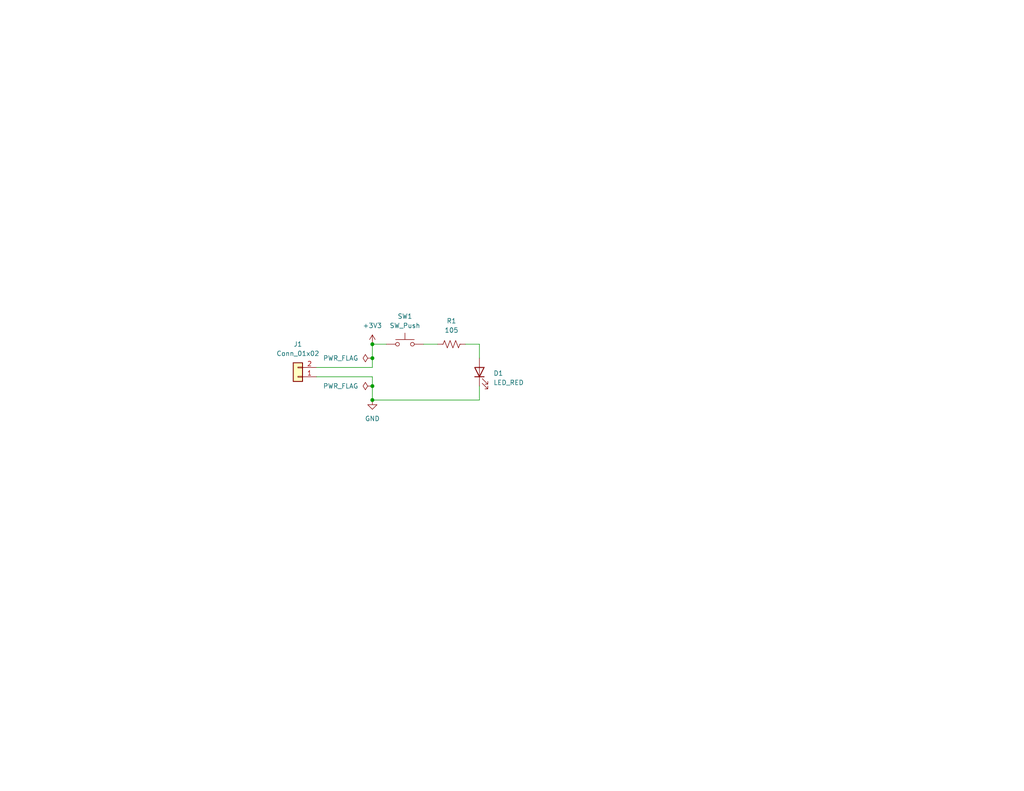
<source format=kicad_sch>
(kicad_sch (version 20231120) (generator "eeschema") (generator_version "8.0")
  (paper "USLetter")
  (title_block (title "Basic_Light_Project") (date "2025-09-11") (rev "1.0") (company "Illini Solar Car") (comment 1 "Designed By: Eric Wang"))
  (lib_symbols
    (symbol "Connector_Generic:Conn_01x02" (pin_names (offset 1.016) hide)
      (property "Reference" "J" (at 0 2.54 0))
      (property "Value" "Conn_01x02" (at 0 -5.08 0))
      (symbol "Conn_01x02_1_1"
        (rectangle (start -1.27 -2.413) (end 0 -2.667) (stroke (width 0.1524)))
        (rectangle (start -1.27 0.127) (end 0 -0.127) (stroke (width 0.1524)))
        (rectangle (start -1.27 1.27) (end 1.27 -3.81) (stroke (width 0.254)) (fill (type background)))
        (pin passive line (at -5.08 0 0) (length 3.81) (name "Pin_1") (number "1"))
        (pin passive line (at -5.08 -2.54 0) (length 3.81) (name "Pin_2") (number "2"))
      )
    )
    (symbol "Device:LED" (pin_numbers hide) (pin_names (offset 1.016) hide)
      (property "Reference" "D" (at 0 2.54 0))
      (property "Value" "LED" (at 0 -2.54 0))
      (symbol "LED_0_1"
        (polyline (pts (xy -1.27 -1.27) (xy -1.27 1.27)) (stroke (width 0.254)))
        (polyline (pts (xy -1.27 0) (xy 1.27 0)))
        (polyline (pts (xy 1.27 -1.27) (xy 1.27 1.27) (xy -1.27 0) (xy 1.27 -1.27)) (stroke (width 0.254)))
        (polyline (pts (xy -3.048 -0.762) (xy -4.572 -2.286) (xy -3.81 -2.286) (xy -4.572 -2.286) (xy -4.572 -1.524)))
        (polyline (pts (xy -1.778 -0.762) (xy -3.302 -2.286) (xy -2.54 -2.286) (xy -3.302 -2.286) (xy -3.302 -1.524)))
      )
      (symbol "LED_1_1"
        (pin passive line (at -3.81 0 0) (length 2.54) (name "K") (number "1"))
        (pin passive line (at 3.81 0 180) (length 2.54) (name "A") (number "2"))
      )
    )
    (symbol "Device:R_US" (pin_numbers hide) (pin_names (offset 0))
      (property "Reference" "R" (at 2.54 0 90))
      (property "Value" "R_US" (at -2.54 0 90))
      (symbol "R_US_0_1"
        (polyline (pts (xy 0 -2.286) (xy 0 -2.54)))
        (polyline (pts (xy 0 2.286) (xy 0 2.54)))
        (polyline (pts (xy 0 -0.762) (xy 1.016 -1.143) (xy 0 -1.524) (xy -1.016 -1.905) (xy 0 -2.286)))
        (polyline (pts (xy 0 0.762) (xy 1.016 0.381) (xy 0 0) (xy -1.016 -0.381) (xy 0 -0.762)))
        (polyline (pts (xy 0 2.286) (xy 1.016 1.905) (xy 0 1.524) (xy -1.016 1.143) (xy 0 0.762)))
      )
      (symbol "R_US_1_1"
        (pin passive line (at 0 3.81 270) (length 1.27) (name "~") (number "1"))
        (pin passive line (at 0 -3.81 90) (length 1.27) (name "~") (number "2"))
      )
    )
    (symbol "Switch:SW_Push" (pin_numbers hide) (pin_names (offset 1.016) hide)
      (property "Reference" "SW" (at 1.27 2.54 0))
      (property "Value" "SW_Push" (at 0 -1.524 0))
      (symbol "SW_Push_0_1"
        (circle (center -2.032 0) (radius 0.508))
        (polyline (pts (xy 0 1.27) (xy 0 3.048)))
        (polyline (pts (xy 2.54 1.27) (xy -2.54 1.27)))
        (circle (center 2.032 0) (radius 0.508))
        (pin passive line (at -5.08 0 0) (length 2.54) (name "1") (number "1"))
        (pin passive line (at 5.08 0 180) (length 2.54) (name "2") (number "2"))
      )
    )
    (symbol "power:+3V3" (power) (pin_names (offset 0))
      (property "Value" "+3V3" (at 0 3.556 0))
      (symbol "+3V3_0_1"
        (polyline (pts (xy -0.762 1.27) (xy 0 2.54)))
        (polyline (pts (xy 0 0) (xy 0 2.54)))
        (polyline (pts (xy 0 2.54) (xy 0.762 1.27)))
      )
      (symbol "+3V3_1_1"
        (pin power_in line (at 0 0 90) (length 0) hide (name "+3V3") (number "1"))
      )
    )
    (symbol "power:GND" (power) (pin_names (offset 0))
      (property "Value" "GND" (at 0 -3.81 0))
      (symbol "GND_0_1"
        (polyline (pts (xy 0 0) (xy 0 -1.27) (xy 1.27 -1.27) (xy 0 -2.54) (xy -1.27 -1.27) (xy 0 -1.27)))
      )
      (symbol "GND_1_1"
        (pin power_in line (at 0 0 270) (length 0) hide (name "GND") (number "1"))
      )
    )
    (symbol "power:PWR_FLAG" (power) (pin_numbers hide) (pin_names (offset 0) hide)
      (property "Value" "PWR_FLAG" (at 0 3.81 0))
      (symbol "PWR_FLAG_0_0"
        (pin power_out line (at 0 0 90) (length 0) (name "pwr") (number "1"))
      )
      (symbol "PWR_FLAG_0_1"
        (polyline (pts (xy 0 0) (xy 0 1.27) (xy -1.016 1.905) (xy 0 2.54) (xy 1.016 1.905) (xy 0 1.27)))
      )
    )
  )
  (junction (at 101.6 109.22))
  (junction (at 101.6 105.41))
  (junction (at 101.6 97.79))
  (junction (at 101.6 93.98))
  (wire (pts (xy 101.6 105.41) (xy 101.6 109.22)))
  (wire (pts (xy 130.81 93.98) (xy 130.81 97.79)))
  (wire (pts (xy 101.6 102.87) (xy 101.6 105.41)))
  (wire (pts (xy 86.36 102.87) (xy 101.6 102.87)))
  (wire (pts (xy 127 93.98) (xy 130.81 93.98)))
  (wire (pts (xy 130.81 105.41) (xy 130.81 109.22)))
  (wire (pts (xy 115.57 93.98) (xy 119.38 93.98)))
  (wire (pts (xy 86.36 100.33) (xy 101.6 100.33)))
  (wire (pts (xy 101.6 97.79) (xy 101.6 93.98)))
  (wire (pts (xy 101.6 100.33) (xy 101.6 97.79)))
  (wire (pts (xy 101.6 109.22) (xy 130.81 109.22)))
  (wire (pts (xy 101.6 93.98) (xy 105.41 93.98)))
  (symbol (lib_id "Device:R_US") (at 123.19 93.98 90) (unit 1)
    (property "Reference" "R1" (at 123.19 87.63 90))
    (property "Value" "105" (at 123.19 90.17 90))
    (property "Footprint" "Resistor_SMD:R_0603_1608Metric_Pad0.98x0.95mm_HandSolder" (effects (hide yes)))
    (property "Description" "Resistor, US symbol" (effects (hide yes)))
  )
  (symbol (lib_id "power:GND") (at 101.6 109.22 0) (unit 1)
    (property "Reference" "#PWR03" (effects (hide yes)))
    (property "Value" "GND" (at 101.6 114.3 0))
    (property "Description" "Power symbol creates a global label with name \"GND\" , ground" (effects (hide yes)))
  )
  (symbol (lib_id "power:+3V3") (at 101.6 93.98 0) (unit 1)
    (property "Reference" "#PWR01" (effects (hide yes)))
    (property "Value" "+3V3" (at 101.6 88.9 0))
    (property "Description" "Power symbol creates a global label with name \"+3V3\"" (effects (hide yes)))
  )
  (symbol (lib_id "Connector_Generic:Conn_01x02") (at 81.28 102.87 180) (unit 1)
    (property "Reference" "J1" (at 81.28 93.98 0))
    (property "Value" "Conn_01x02" (at 81.28 96.52 0))
    (property "Footprint" "Connector_Molex:Molex_KK-254_AE-6410-02A_1x02_P2.54mm_Vertical" (effects (hide yes)))
    (property "Datasheet" "https://www.digikey.com/en/products/detail/molex/0022272021/1130577?msockid=139fb946f01b67430e12af63f1dc6657" (effects (hide yes)))
    (property "Description" "Generic connector, single row, 01x02, script generated (kicad-library-utils/schlib/autogen/connector/)" (effects (hide yes)))
    (property "MPN (Manufacturing Part Number)" "0022272021" (effects (hide yes)))
    (property "Notes" " " (effects (hide yes)))
  )
  (symbol (lib_id "Device:LED") (at 130.81 101.6 90) (unit 1)
    (property "Reference" "D1" (at 134.62 101.9174 90) (effects (justify right)))
    (property "Value" "LED_RED" (at 134.62 104.4574 90) (effects (justify right)))
    (property "Footprint" "LED_SMD:LED_0603_1608Metric" (effects (hide yes)))
    (property "Description" "Light emitting diode" (effects (hide yes)))
    (property "Notes" "May change color later" (effects (hide yes)))
  )
  (symbol (lib_id "Switch:SW_Push") (at 110.49 93.98 0) (unit 1)
    (property "Reference" "SW1" (at 110.49 86.36 0))
    (property "Value" "SW_Push" (at 110.49 88.9 0))
    (property "Footprint" "Button_Switch_SMD:SW_DIP_SPSTx01_Slide_6.7x4.1mm_W8.61mm_P2.54mm_LowProfile" (effects (hide yes)))
    (property "Datasheet" "https://www.te.com/commerce/DocumentDelivery/DDEController?Action=srchrtrv&DocNm=1308111-1_SWITCHES_CORE_PROGRAM_CATALOG&DocType=Catalog%20Section&DocLang=English&DocFormat=pdf&PartCntxt=1825910-6" (effects (hide yes)))
    (property "Description" "Push button switch, generic, two pins" (effects (hide yes)))
    (property "MPN (Manufacturing Part Number)" "1825910-6" (effects (hide yes)))
  )
  (symbol (lib_id "power:PWR_FLAG") (at 101.6 105.41 90) (unit 1)
    (property "Reference" "#FLG02" (effects (hide yes)))
    (property "Value" "PWR_FLAG" (at 97.79 105.4099 90) (effects (justify left)))
    (property "Description" "Special symbol for telling ERC where power comes from" (effects (hide yes)))
  )
  (symbol (lib_id "power:PWR_FLAG") (at 101.6 97.79 90) (unit 1)
    (property "Reference" "#FLG01" (effects (hide yes)))
    (property "Value" "PWR_FLAG" (at 97.79 97.7899 90) (effects (justify left)))
    (property "Description" "Special symbol for telling ERC where power comes from" (effects (hide yes)))
  )
)
</source>
